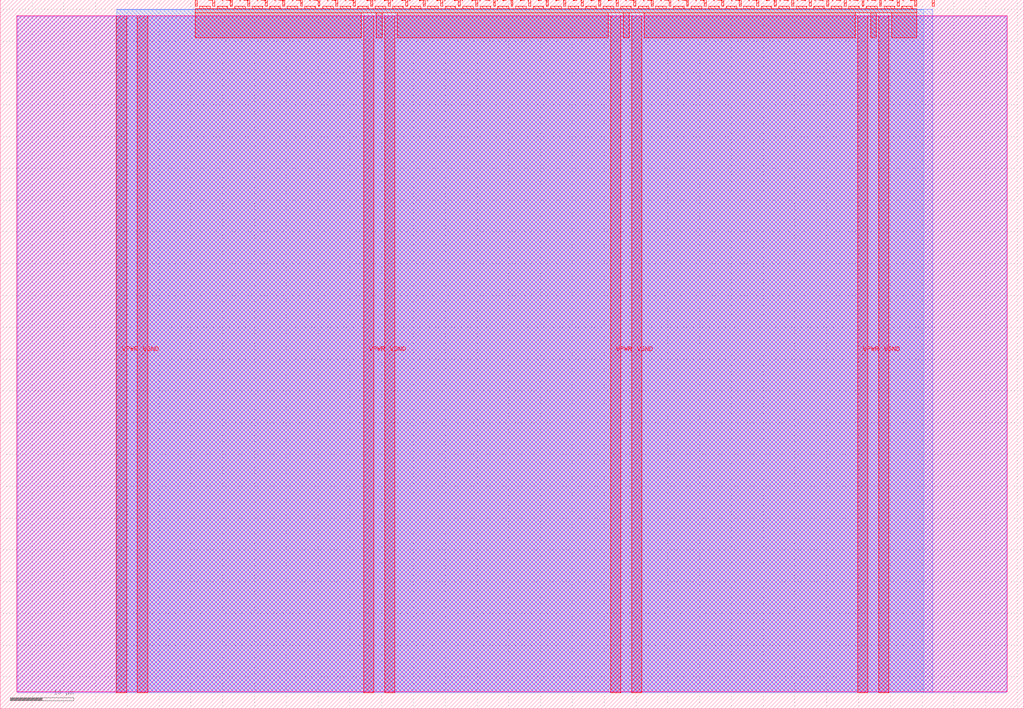
<source format=lef>
VERSION 5.7 ;
  NOWIREEXTENSIONATPIN ON ;
  DIVIDERCHAR "/" ;
  BUSBITCHARS "[]" ;
MACRO tt_um_wokwi_442328534389076993
  CLASS BLOCK ;
  FOREIGN tt_um_wokwi_442328534389076993 ;
  ORIGIN 0.000 0.000 ;
  SIZE 161.000 BY 111.520 ;
  PIN VGND
    DIRECTION INOUT ;
    USE GROUND ;
    PORT
      LAYER met4 ;
        RECT 21.580 2.480 23.180 109.040 ;
    END
    PORT
      LAYER met4 ;
        RECT 60.450 2.480 62.050 109.040 ;
    END
    PORT
      LAYER met4 ;
        RECT 99.320 2.480 100.920 109.040 ;
    END
    PORT
      LAYER met4 ;
        RECT 138.190 2.480 139.790 109.040 ;
    END
  END VGND
  PIN VPWR
    DIRECTION INOUT ;
    USE POWER ;
    PORT
      LAYER met4 ;
        RECT 18.280 2.480 19.880 109.040 ;
    END
    PORT
      LAYER met4 ;
        RECT 57.150 2.480 58.750 109.040 ;
    END
    PORT
      LAYER met4 ;
        RECT 96.020 2.480 97.620 109.040 ;
    END
    PORT
      LAYER met4 ;
        RECT 134.890 2.480 136.490 109.040 ;
    END
  END VPWR
  PIN clk
    DIRECTION INPUT ;
    USE SIGNAL ;
    ANTENNAGATEAREA 0.159000 ;
    PORT
      LAYER met4 ;
        RECT 143.830 110.520 144.130 111.520 ;
    END
  END clk
  PIN ena
    DIRECTION INPUT ;
    USE SIGNAL ;
    PORT
      LAYER met4 ;
        RECT 146.590 110.520 146.890 111.520 ;
    END
  END ena
  PIN rst_n
    DIRECTION INPUT ;
    USE SIGNAL ;
    PORT
      LAYER met4 ;
        RECT 141.070 110.520 141.370 111.520 ;
    END
  END rst_n
  PIN ui_in[0]
    DIRECTION INPUT ;
    USE SIGNAL ;
    PORT
      LAYER met4 ;
        RECT 138.310 110.520 138.610 111.520 ;
    END
  END ui_in[0]
  PIN ui_in[1]
    DIRECTION INPUT ;
    USE SIGNAL ;
    PORT
      LAYER met4 ;
        RECT 135.550 110.520 135.850 111.520 ;
    END
  END ui_in[1]
  PIN ui_in[2]
    DIRECTION INPUT ;
    USE SIGNAL ;
    PORT
      LAYER met4 ;
        RECT 132.790 110.520 133.090 111.520 ;
    END
  END ui_in[2]
  PIN ui_in[3]
    DIRECTION INPUT ;
    USE SIGNAL ;
    PORT
      LAYER met4 ;
        RECT 130.030 110.520 130.330 111.520 ;
    END
  END ui_in[3]
  PIN ui_in[4]
    DIRECTION INPUT ;
    USE SIGNAL ;
    PORT
      LAYER met4 ;
        RECT 127.270 110.520 127.570 111.520 ;
    END
  END ui_in[4]
  PIN ui_in[5]
    DIRECTION INPUT ;
    USE SIGNAL ;
    PORT
      LAYER met4 ;
        RECT 124.510 110.520 124.810 111.520 ;
    END
  END ui_in[5]
  PIN ui_in[6]
    DIRECTION INPUT ;
    USE SIGNAL ;
    PORT
      LAYER met4 ;
        RECT 121.750 110.520 122.050 111.520 ;
    END
  END ui_in[6]
  PIN ui_in[7]
    DIRECTION INPUT ;
    USE SIGNAL ;
    PORT
      LAYER met4 ;
        RECT 118.990 110.520 119.290 111.520 ;
    END
  END ui_in[7]
  PIN uio_in[0]
    DIRECTION INPUT ;
    USE SIGNAL ;
    PORT
      LAYER met4 ;
        RECT 116.230 110.520 116.530 111.520 ;
    END
  END uio_in[0]
  PIN uio_in[1]
    DIRECTION INPUT ;
    USE SIGNAL ;
    PORT
      LAYER met4 ;
        RECT 113.470 110.520 113.770 111.520 ;
    END
  END uio_in[1]
  PIN uio_in[2]
    DIRECTION INPUT ;
    USE SIGNAL ;
    PORT
      LAYER met4 ;
        RECT 110.710 110.520 111.010 111.520 ;
    END
  END uio_in[2]
  PIN uio_in[3]
    DIRECTION INPUT ;
    USE SIGNAL ;
    PORT
      LAYER met4 ;
        RECT 107.950 110.520 108.250 111.520 ;
    END
  END uio_in[3]
  PIN uio_in[4]
    DIRECTION INPUT ;
    USE SIGNAL ;
    PORT
      LAYER met4 ;
        RECT 105.190 110.520 105.490 111.520 ;
    END
  END uio_in[4]
  PIN uio_in[5]
    DIRECTION INPUT ;
    USE SIGNAL ;
    PORT
      LAYER met4 ;
        RECT 102.430 110.520 102.730 111.520 ;
    END
  END uio_in[5]
  PIN uio_in[6]
    DIRECTION INPUT ;
    USE SIGNAL ;
    PORT
      LAYER met4 ;
        RECT 99.670 110.520 99.970 111.520 ;
    END
  END uio_in[6]
  PIN uio_in[7]
    DIRECTION INPUT ;
    USE SIGNAL ;
    PORT
      LAYER met4 ;
        RECT 96.910 110.520 97.210 111.520 ;
    END
  END uio_in[7]
  PIN uio_oe[0]
    DIRECTION OUTPUT ;
    USE SIGNAL ;
    PORT
      LAYER met4 ;
        RECT 49.990 110.520 50.290 111.520 ;
    END
  END uio_oe[0]
  PIN uio_oe[1]
    DIRECTION OUTPUT ;
    USE SIGNAL ;
    PORT
      LAYER met4 ;
        RECT 47.230 110.520 47.530 111.520 ;
    END
  END uio_oe[1]
  PIN uio_oe[2]
    DIRECTION OUTPUT ;
    USE SIGNAL ;
    PORT
      LAYER met4 ;
        RECT 44.470 110.520 44.770 111.520 ;
    END
  END uio_oe[2]
  PIN uio_oe[3]
    DIRECTION OUTPUT ;
    USE SIGNAL ;
    PORT
      LAYER met4 ;
        RECT 41.710 110.520 42.010 111.520 ;
    END
  END uio_oe[3]
  PIN uio_oe[4]
    DIRECTION OUTPUT ;
    USE SIGNAL ;
    PORT
      LAYER met4 ;
        RECT 38.950 110.520 39.250 111.520 ;
    END
  END uio_oe[4]
  PIN uio_oe[5]
    DIRECTION OUTPUT ;
    USE SIGNAL ;
    PORT
      LAYER met4 ;
        RECT 36.190 110.520 36.490 111.520 ;
    END
  END uio_oe[5]
  PIN uio_oe[6]
    DIRECTION OUTPUT ;
    USE SIGNAL ;
    PORT
      LAYER met4 ;
        RECT 33.430 110.520 33.730 111.520 ;
    END
  END uio_oe[6]
  PIN uio_oe[7]
    DIRECTION OUTPUT ;
    USE SIGNAL ;
    PORT
      LAYER met4 ;
        RECT 30.670 110.520 30.970 111.520 ;
    END
  END uio_oe[7]
  PIN uio_out[0]
    DIRECTION OUTPUT ;
    USE SIGNAL ;
    PORT
      LAYER met4 ;
        RECT 72.070 110.520 72.370 111.520 ;
    END
  END uio_out[0]
  PIN uio_out[1]
    DIRECTION OUTPUT ;
    USE SIGNAL ;
    PORT
      LAYER met4 ;
        RECT 69.310 110.520 69.610 111.520 ;
    END
  END uio_out[1]
  PIN uio_out[2]
    DIRECTION OUTPUT ;
    USE SIGNAL ;
    PORT
      LAYER met4 ;
        RECT 66.550 110.520 66.850 111.520 ;
    END
  END uio_out[2]
  PIN uio_out[3]
    DIRECTION OUTPUT ;
    USE SIGNAL ;
    PORT
      LAYER met4 ;
        RECT 63.790 110.520 64.090 111.520 ;
    END
  END uio_out[3]
  PIN uio_out[4]
    DIRECTION OUTPUT ;
    USE SIGNAL ;
    PORT
      LAYER met4 ;
        RECT 61.030 110.520 61.330 111.520 ;
    END
  END uio_out[4]
  PIN uio_out[5]
    DIRECTION OUTPUT ;
    USE SIGNAL ;
    PORT
      LAYER met4 ;
        RECT 58.270 110.520 58.570 111.520 ;
    END
  END uio_out[5]
  PIN uio_out[6]
    DIRECTION OUTPUT ;
    USE SIGNAL ;
    PORT
      LAYER met4 ;
        RECT 55.510 110.520 55.810 111.520 ;
    END
  END uio_out[6]
  PIN uio_out[7]
    DIRECTION OUTPUT ;
    USE SIGNAL ;
    PORT
      LAYER met4 ;
        RECT 52.750 110.520 53.050 111.520 ;
    END
  END uio_out[7]
  PIN uo_out[0]
    DIRECTION OUTPUT ;
    USE SIGNAL ;
    ANTENNADIFFAREA 0.445500 ;
    PORT
      LAYER met4 ;
        RECT 94.150 110.520 94.450 111.520 ;
    END
  END uo_out[0]
  PIN uo_out[1]
    DIRECTION OUTPUT ;
    USE SIGNAL ;
    ANTENNADIFFAREA 0.445500 ;
    PORT
      LAYER met4 ;
        RECT 91.390 110.520 91.690 111.520 ;
    END
  END uo_out[1]
  PIN uo_out[2]
    DIRECTION OUTPUT ;
    USE SIGNAL ;
    ANTENNADIFFAREA 0.445500 ;
    PORT
      LAYER met4 ;
        RECT 88.630 110.520 88.930 111.520 ;
    END
  END uo_out[2]
  PIN uo_out[3]
    DIRECTION OUTPUT ;
    USE SIGNAL ;
    ANTENNADIFFAREA 0.445500 ;
    PORT
      LAYER met4 ;
        RECT 85.870 110.520 86.170 111.520 ;
    END
  END uo_out[3]
  PIN uo_out[4]
    DIRECTION OUTPUT ;
    USE SIGNAL ;
    ANTENNADIFFAREA 0.445500 ;
    PORT
      LAYER met4 ;
        RECT 83.110 110.520 83.410 111.520 ;
    END
  END uo_out[4]
  PIN uo_out[5]
    DIRECTION OUTPUT ;
    USE SIGNAL ;
    ANTENNADIFFAREA 0.445500 ;
    PORT
      LAYER met4 ;
        RECT 80.350 110.520 80.650 111.520 ;
    END
  END uo_out[5]
  PIN uo_out[6]
    DIRECTION OUTPUT ;
    USE SIGNAL ;
    ANTENNADIFFAREA 0.445500 ;
    PORT
      LAYER met4 ;
        RECT 77.590 110.520 77.890 111.520 ;
    END
  END uo_out[6]
  PIN uo_out[7]
    DIRECTION OUTPUT ;
    USE SIGNAL ;
    ANTENNADIFFAREA 0.795200 ;
    PORT
      LAYER met4 ;
        RECT 74.830 110.520 75.130 111.520 ;
    END
  END uo_out[7]
  OBS
      LAYER nwell ;
        RECT 2.570 2.635 158.430 108.990 ;
      LAYER li1 ;
        RECT 2.760 2.635 158.240 108.885 ;
      LAYER met1 ;
        RECT 2.760 2.480 158.240 109.040 ;
      LAYER met2 ;
        RECT 18.310 2.535 146.640 110.005 ;
      LAYER met3 ;
        RECT 18.290 2.555 145.295 109.985 ;
      LAYER met4 ;
        RECT 31.370 110.120 33.030 110.520 ;
        RECT 34.130 110.120 35.790 110.520 ;
        RECT 36.890 110.120 38.550 110.520 ;
        RECT 39.650 110.120 41.310 110.520 ;
        RECT 42.410 110.120 44.070 110.520 ;
        RECT 45.170 110.120 46.830 110.520 ;
        RECT 47.930 110.120 49.590 110.520 ;
        RECT 50.690 110.120 52.350 110.520 ;
        RECT 53.450 110.120 55.110 110.520 ;
        RECT 56.210 110.120 57.870 110.520 ;
        RECT 58.970 110.120 60.630 110.520 ;
        RECT 61.730 110.120 63.390 110.520 ;
        RECT 64.490 110.120 66.150 110.520 ;
        RECT 67.250 110.120 68.910 110.520 ;
        RECT 70.010 110.120 71.670 110.520 ;
        RECT 72.770 110.120 74.430 110.520 ;
        RECT 75.530 110.120 77.190 110.520 ;
        RECT 78.290 110.120 79.950 110.520 ;
        RECT 81.050 110.120 82.710 110.520 ;
        RECT 83.810 110.120 85.470 110.520 ;
        RECT 86.570 110.120 88.230 110.520 ;
        RECT 89.330 110.120 90.990 110.520 ;
        RECT 92.090 110.120 93.750 110.520 ;
        RECT 94.850 110.120 96.510 110.520 ;
        RECT 97.610 110.120 99.270 110.520 ;
        RECT 100.370 110.120 102.030 110.520 ;
        RECT 103.130 110.120 104.790 110.520 ;
        RECT 105.890 110.120 107.550 110.520 ;
        RECT 108.650 110.120 110.310 110.520 ;
        RECT 111.410 110.120 113.070 110.520 ;
        RECT 114.170 110.120 115.830 110.520 ;
        RECT 116.930 110.120 118.590 110.520 ;
        RECT 119.690 110.120 121.350 110.520 ;
        RECT 122.450 110.120 124.110 110.520 ;
        RECT 125.210 110.120 126.870 110.520 ;
        RECT 127.970 110.120 129.630 110.520 ;
        RECT 130.730 110.120 132.390 110.520 ;
        RECT 133.490 110.120 135.150 110.520 ;
        RECT 136.250 110.120 137.910 110.520 ;
        RECT 139.010 110.120 140.670 110.520 ;
        RECT 141.770 110.120 143.430 110.520 ;
        RECT 30.655 109.440 144.145 110.120 ;
        RECT 30.655 105.575 56.750 109.440 ;
        RECT 59.150 105.575 60.050 109.440 ;
        RECT 62.450 105.575 95.620 109.440 ;
        RECT 98.020 105.575 98.920 109.440 ;
        RECT 101.320 105.575 134.490 109.440 ;
        RECT 136.890 105.575 137.790 109.440 ;
        RECT 140.190 105.575 144.145 109.440 ;
  END
END tt_um_wokwi_442328534389076993
END LIBRARY


</source>
